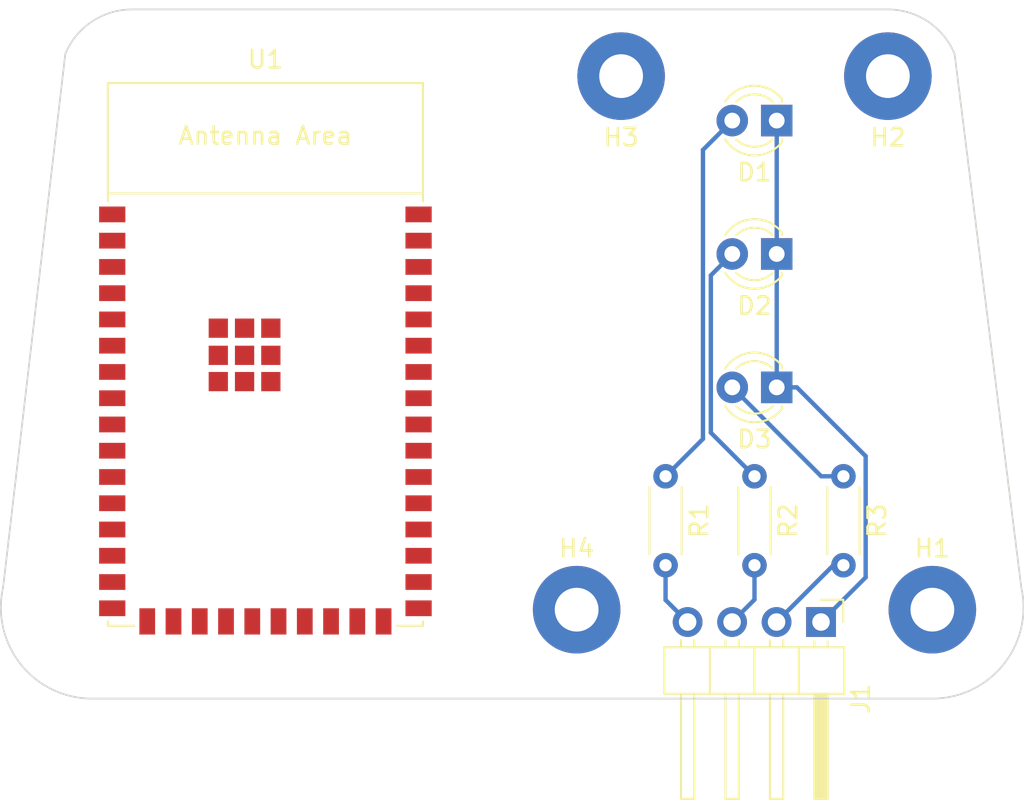
<source format=kicad_pcb>
(kicad_pcb (version 20211014) (generator pcbnew)
  (layers (0 "F.Cu" signal) (31 "B.Cu" signal) (34 "B.Paste" user) (35 "F.Paste" user) (36 "B.SilkS" user "B.Silkscreen") (37 "F.SilkS" user "F.Silkscreen") (38 "B.Mask" user) (39 "F.Mask" user) (44 "Edge.Cuts" user))
  (net 0 "")
  (net 1 "GND")
  (net 2 "Net-(D1-Pad2)")
  (net 3 "Net-(D2-Pad2)")
  (net 4 "Net-(D3-Pad2)")
  (net 5 "Net-(J1-Pad2)")
  (net 6 "Net-(J1-Pad3)")
  (net 7 "Net-(J1-Pad4)")
  (footprint "MountingHole:MountingHole_2.5mm_Pad" (layer "F.Cu") (at 137.16 119.38)
    (fp_text reference "H4" (at 0 -3.5) (layer "F.SilkS"))
    (fp_text value "MountingHole")
    (pad "1" thru_hole circle (at 0 0) (size 5 5) (drill 2.5) (layers *.Cu *.Mask))
  )
  (footprint "MountingHole:MountingHole_2.5mm_Pad" (layer "F.Cu") (at 154.94 88.9 180)
    (fp_text reference "H2" (at 0 -3.5) (layer "F.SilkS"))
    (fp_text value "MountingHole")
    (pad "1" thru_hole circle (at 0 0 180) (size 5 5) (drill 2.5) (layers *.Cu *.Mask))
  )
  (footprint "MountingHole:MountingHole_2.5mm_Pad" (layer "F.Cu") (at 157.48 119.38)
    (fp_text reference "H1" (at 0 -3.5) (layer "F.SilkS"))
    (fp_text value "MountingHole")
    (pad "1" thru_hole circle (at 0 0) (size 5 5) (drill 2.5) (layers *.Cu *.Mask))
  )
  (footprint "Connector_PinHeader_2.54mm:PinHeader_1x04_P2.54mm_Horizontal" (layer "F.Cu") (at 151.12 120.085 -90)
    (fp_text reference "J1" (at 4.385 -2.27 90) (layer "F.SilkS"))
    (fp_text value "Conn_01x04")
    (fp_line (start 4.1 -0.32) (end 10.1 -0.32) (layer "F.SilkS") (width 0.12))
    (fp_line (start 10.1 5.46) (end 4.1 5.46) (layer "F.SilkS") (width 0.12))
    (fp_line (start -1.27 -1.27) (end 0 -1.27) (layer "F.SilkS") (width 0.12))
    (fp_line (start 10.1 0.38) (end 4.1 0.38) (layer "F.SilkS") (width 0.12))
    (fp_line (start 4.1 4.7) (end 10.1 4.7) (layer "F.SilkS") (width 0.12))
    (fp_line (start 1.042929 5.46) (end 1.44 5.46) (layer "F.SilkS") (width 0.12))
    (fp_line (start 1.042929 2.16) (end 1.44 2.16) (layer "F.SilkS") (width 0.12))
    (fp_line (start 10.1 4.7) (end 10.1 5.46) (layer "F.SilkS") (width 0.12))
    (fp_line (start 4.1 -0.08) (end 10.1 -0.08) (layer "F.SilkS") (width 0.12))
    (fp_line (start 1.042929 8) (end 1.44 8) (layer "F.SilkS") (width 0.12))
    (fp_line (start 1.44 6.35) (end 4.1 6.35) (layer "F.SilkS") (width 0.12))
    (fp_line (start 10.1 -0.38) (end 10.1 0.38) (layer "F.SilkS") (width 0.12))
    (fp_line (start 4.1 -0.2) (end 10.1 -0.2) (layer "F.SilkS") (width 0.12))
    (fp_line (start 1.44 -1.33) (end 1.44 8.95) (layer "F.SilkS") (width 0.12))
    (fp_line (start 1.11 0.38) (end 1.44 0.38) (layer "F.SilkS") (width 0.12))
    (fp_line (start 1.042929 2.92) (end 1.44 2.92) (layer "F.SilkS") (width 0.12))
    (fp_line (start 1.11 -0.38) (end 1.44 -0.38) (layer "F.SilkS") (width 0.12))
    (fp_line (start 1.042929 4.7) (end 1.44 4.7) (layer "F.SilkS") (width 0.12))
    (fp_line (start 10.1 8) (end 4.1 8) (layer "F.SilkS") (width 0.12))
    (fp_line (start 4.1 7.24) (end 10.1 7.24) (layer "F.SilkS") (width 0.12))
    (fp_line (start 4.1 -1.33) (end 1.44 -1.33) (layer "F.SilkS") (width 0.12))
    (fp_line (start 4.1 0.28) (end 10.1 0.28) (layer "F.SilkS") (width 0.12))
    (fp_line (start 10.1 2.92) (end 4.1 2.92) (layer "F.SilkS") (width 0.12))
    (fp_line (start 4.1 0.04) (end 10.1 0.04) (layer "F.SilkS") (width 0.12))
    (fp_line (start 4.1 -0.38) (end 10.1 -0.38) (layer "F.SilkS") (width 0.12))
    (fp_line (start 4.1 0.16) (end 10.1 0.16) (layer "F.SilkS") (width 0.12))
    (fp_line (start 4.1 8.95) (end 4.1 -1.33) (layer "F.SilkS") (width 0.12))
    (fp_line (start 10.1 2.16) (end 10.1 2.92) (layer "F.SilkS") (width 0.12))
    (fp_line (start 4.1 2.16) (end 10.1 2.16) (layer "F.SilkS") (width 0.12))
    (fp_line (start 10.1 7.24) (end 10.1 8) (layer "F.SilkS") (width 0.12))
    (fp_line (start 1.44 1.27) (end 4.1 1.27) (layer "F.SilkS") (width 0.12))
    (fp_line (start 1.44 3.81) (end 4.1 3.81) (layer "F.SilkS") (width 0.12))
    (fp_line (start -1.27 0) (end -1.27 -1.27) (layer "F.SilkS") (width 0.12))
    (fp_line (start 1.44 8.95) (end 4.1 8.95) (layer "F.SilkS") (width 0.12))
    (fp_line (start 1.042929 7.24) (end 1.44 7.24) (layer "F.SilkS") (width 0.12))
    (pad "1" thru_hole rect (at 0 0 270) (size 1.7 1.7) (drill 1) (layers *.Cu *.Mask) (net 1 "GND"))
    (pad "2" thru_hole oval (at 0 2.54 270) (size 1.7 1.7) (drill 1) (layers *.Cu *.Mask) (net 5 "Net-(J1-Pad2)"))
    (pad "3" thru_hole oval (at 0 5.08 270) (size 1.7 1.7) (drill 1) (layers *.Cu *.Mask) (net 6 "Net-(J1-Pad3)"))
    (pad "4" thru_hole oval (at 0 7.62 270) (size 1.7 1.7) (drill 1) (layers *.Cu *.Mask) (net 7 "Net-(J1-Pad4)"))
  )
  (footprint "LED_THT:LED_D3.0mm" (layer "F.Cu") (at 148.59 106.68 180)
    (fp_text reference "D3" (at 1.27 -2.96) (layer "F.SilkS"))
    (fp_text value "LED")
    (fp_line (start -0.29 1.08) (end -0.29 1.236) (layer "F.SilkS") (width 0.12))
    (fp_line (start -0.29 -1.236) (end -0.29 -1.08) (layer "F.SilkS") (width 0.12))
    (fp_arc (start 2.31113 1.079837) (mid 1.270117 1.5) (end 0.229039 1.08) (layer "F.SilkS") (width 0.12))
    (fp_arc (start 0.229039 -1.08) (mid 1.270117 -1.5) (end 2.31113 -1.079837) (layer "F.SilkS") (width 0.12))
    (fp_arc (start -0.29 -1.235516) (mid 1.366487 -1.987659) (end 2.942335 -1.078608) (layer "F.SilkS") (width 0.12))
    (fp_arc (start 2.942335 1.078608) (mid 1.366487 1.987659) (end -0.29 1.235516) (layer "F.SilkS") (width 0.12))
    (pad "1" thru_hole rect (at 0 0 180) (size 1.8 1.8) (drill 0.9) (layers *.Cu *.Mask) (net 1 "GND"))
    (pad "2" thru_hole circle (at 2.54 0 180) (size 1.8 1.8) (drill 0.9) (layers *.Cu *.Mask) (net 4 "Net-(D3-Pad2)"))
  )
  (footprint "Espressif:ESP32-S2-WROVER" (layer "F.Cu") (at 119.38 107.95)
    (fp_text reference "U1" (at 0 -20) (layer "F.SilkS"))
    (fp_text value "ESP32-S2-WROVER")
    (fp_text user "Antenna Area" (at 0 -15.65) (layer "F.SilkS"))
    (fp_line (start 9 -12.35) (end -9 -12.35) (layer "F.SilkS") (width 0.12))
    (fp_line (start -9 -18.65) (end -9 -11.9) (layer "F.SilkS") (width 0.12))
    (fp_line (start 9 12.35) (end 7.5 12.35) (layer "F.SilkS") (width 0.12))
    (fp_line (start -9 -18.65) (end 9 -18.65) (layer "F.SilkS") (width 0.12))
    (fp_line (start -9 12.35) (end -7.5 12.35) (layer "F.SilkS") (width 0.12))
    (fp_line (start 9 -18.65) (end 9 -11.9) (layer "F.SilkS") (width 0.12))
    (fp_line (start 9 12.35) (end 9 12.1) (layer "F.SilkS") (width 0.12))
    (fp_line (start -9 12.35) (end -9 12.1) (layer "F.SilkS") (width 0.12))
    (pad "1" smd rect locked (at -8.75 -11.15) (size 1.5 0.9) (layers "F.Cu" "F.Paste" "F.Mask"))
    (pad "2" smd rect locked (at -8.75 -9.65) (size 1.5 0.9) (layers "F.Cu" "F.Paste" "F.Mask"))
    (pad "3" smd rect locked (at -8.75 -8.15) (size 1.5 0.9) (layers "F.Cu" "F.Paste" "F.Mask"))
    (pad "4" smd rect locked (at -8.75 -6.65) (size 1.5 0.9) (layers "F.Cu" "F.Paste" "F.Mask"))
    (pad "5" smd rect locked (at -8.75 -5.15) (size 1.5 0.9) (layers "F.Cu" "F.Paste" "F.Mask"))
    (pad "6" smd rect locked (at -8.75 -3.65) (size 1.5 0.9) (layers "F.Cu" "F.Paste" "F.Mask"))
    (pad "7" smd rect locked (at -8.75 -2.15) (size 1.5 0.9) (layers "F.Cu" "F.Paste" "F.Mask"))
    (pad "8" smd rect locked (at -8.75 -0.65) (size 1.5 0.9) (layers "F.Cu" "F.Paste" "F.Mask"))
    (pad "9" smd rect locked (at -8.75 0.85) (size 1.5 0.9) (layers "F.Cu" "F.Paste" "F.Mask"))
    (pad "10" smd rect locked (at -8.75 2.35) (size 1.5 0.9) (layers "F.Cu" "F.Paste" "F.Mask"))
    (pad "11" smd rect locked (at -8.75 3.85) (size 1.5 0.9) (layers "F.Cu" "F.Paste" "F.Mask"))
    (pad "12" smd rect locked (at -8.75 5.35) (size 1.5 0.9) (layers "F.Cu" "F.Paste" "F.Mask"))
    (pad "13" smd rect locked (at -8.75 6.85) (size 1.5 0.9) (layers "F.Cu" "F.Paste" "F.Mask"))
    (pad "14" smd rect locked (at -8.75 8.35) (size 1.5 0.9) (layers "F.Cu" "F.Paste" "F.Mask"))
    (pad "15" smd rect locked (at -8.75 9.85) (size 1.5 0.9) (layers "F.Cu" "F.Paste" "F.Mask"))
    (pad "16" smd rect locked (at -8.75 11.35) (size 1.5 0.9) (layers "F.Cu" "F.Paste" "F.Mask"))
    (pad "17" smd rect locked (at -6.75 12.1 90) (size 1.5 0.9) (layers "F.Cu" "F.Paste" "F.Mask"))
    (pad "18" smd rect locked (at -5.25 12.1 90) (size 1.5 0.9) (layers "F.Cu" "F.Paste" "F.Mask"))
    (pad "19" smd rect locked (at -3.75 12.1 90) (size 1.5 0.9) (layers "F.Cu" "F.Paste" "F.Mask"))
    (pad "20" smd rect locked (at -2.25 12.1 90) (size 1.5 0.9) (layers "F.Cu" "F.Paste" "F.Mask"))
    (pad "21" smd rect locked (at -0.75 12.1 90) (size 1.5 0.9) (layers "F.Cu" "F.Paste" "F.Mask"))
    (pad "22" smd rect locked (at 0.75 12.1 90) (size 1.5 0.9) (layers "F.Cu" "F.Paste" "F.Mask"))
    (pad "23" smd rect locked (at 2.25 12.1 90) (size 1.5 0.9) (layers "F.Cu" "F.Paste" "F.Mask"))
    (pad "24" smd rect locked (at 3.75 12.1 90) (size 1.5 0.9) (layers "F.Cu" "F.Paste" "F.Mask"))
    (pad "25" smd rect locked (at 5.25 12.1 90) (size 1.5 0.9) (layers "F.Cu" "F.Paste" "F.Mask"))
    (pad "26" smd rect locked (at 6.75 12.1 90) (size 1.5 0.9) (layers "F.Cu" "F.Paste" "F.Mask"))
    (pad "27" smd rect locked (at 8.75 11.35 180) (size 1.5 0.9) (layers "F.Cu" "F.Paste" "F.Mask"))
    (pad "28" smd rect locked (at 8.75 9.85 180) (size 1.5 0.9) (layers "F.Cu" "F.Paste" "F.Mask"))
    (pad "29" smd rect locked (at 8.75 8.35 180) (size 1.5 0.9) (layers "F.Cu" "F.Paste" "F.Mask"))
    (pad "30" smd rect locked (at 8.75 6.85 180) (size 1.5 0.9) (layers "F.Cu" "F.Paste" "F.Mask"))
    (pad "31" smd rect locked (at 8.75 5.35 180) (size 1.5 0.9) (layers "F.Cu" "F.Paste" "F.Mask"))
    (pad "32" smd rect locked (at 8.75 3.85 180) (size 1.5 0.9) (layers "F.Cu" "F.Paste" "F.Mask"))
    (pad "33" smd rect locked (at 8.75 2.35 180) (size 1.5 0.9) (layers "F.Cu" "F.Paste" "F.Mask"))
    (pad "34" smd rect locked (at 8.75 0.85 180) (size 1.5 0.9) (layers "F.Cu" "F.Paste" "F.Mask"))
    (pad "35" smd rect locked (at 8.75 -0.65 180) (size 1.5 0.9) (layers "F.Cu" "F.Paste" "F.Mask"))
    (pad "36" smd rect locked (at 8.75 -2.15 180) (size 1.5 0.9) (layers "F.Cu" "F.Paste" "F.Mask"))
    (pad "37" smd rect locked (at 8.75 -3.65 180) (size 1.5 0.9) (layers "F.Cu" "F.Paste" "F.Mask"))
    (pad "38" smd rect locked (at 8.75 -5.15 180) (size 1.5 0.9) (layers "F.Cu" "F.Paste" "F.Mask"))
    (pad "39" smd rect locked (at 8.75 -6.65 180) (size 1.5 0.9) (layers "F.Cu" "F.Paste" "F.Mask"))
    (pad "40" smd rect locked (at 8.75 -8.15 180) (size 1.5 0.9) (layers "F.Cu" "F.Paste" "F.Mask"))
    (pad "41" smd rect locked (at 8.75 -9.65 180) (size 1.5 0.9) (layers "F.Cu" "F.Paste" "F.Mask"))
    (pad "42" smd rect locked (at 8.75 -11.15 180) (size 1.5 0.9) (layers "F.Cu" "F.Paste" "F.Mask"))
    (pad "43" smd rect locked (at -2.69 -3.1 180) (size 1.1 1.1) (layers "F.Cu" "F.Paste" "F.Mask"))
    (pad "43" smd rect locked (at -1.19 -3.1 180) (size 1.1 1.1) (layers "F.Cu" "F.Paste" "F.Mask"))
    (pad "43" smd rect locked (at -1.19 -1.6 180) (size 1.1 1.1) (layers "F.Cu" "F.Paste" "F.Mask"))
    (pad "43" smd rect locked (at -1.19 -4.65 180) (size 1.1 1.1) (layers "F.Cu" "F.Paste" "F.Mask"))
    (pad "43" smd rect locked (at 0.31 -1.6 180) (size 1.1 1.1) (layers "F.Cu" "F.Paste" "F.Mask"))
    (pad "43" smd rect locked (at -2.69 -1.6 180) (size 1.1 1.1) (layers "F.Cu" "F.Paste" "F.Mask"))
    (pad "43" smd rect locked (at -2.69 -4.65 180) (size 1.1 1.1) (layers "F.Cu" "F.Paste" "F.Mask"))
    (pad "43" smd rect locked (at 0.31 -4.65 180) (size 1.1 1.1) (layers "F.Cu" "F.Paste" "F.Mask"))
    (pad "43" smd rect locked (at 0.31 -3.1 180) (size 1.1 1.1) (layers "F.Cu" "F.Paste" "F.Mask"))
  )
  (footprint "Resistor_THT:R_Axial_DIN0204_L3.6mm_D1.6mm_P5.08mm_Horizontal" (layer "F.Cu") (at 142.24 111.76 -90)
    (fp_text reference "R1" (at 2.54 -1.92 90) (layer "F.SilkS"))
    (fp_text value "220")
    (fp_line (start 0.62 -0.92) (end 4.46 -0.92) (layer "F.SilkS") (width 0.12))
    (fp_line (start 0.62 0.92) (end 4.46 0.92) (layer "F.SilkS") (width 0.12))
    (pad "1" thru_hole circle (at 0 0 270) (size 1.4 1.4) (drill 0.7) (layers *.Cu *.Mask) (net 2 "Net-(D1-Pad2)"))
    (pad "2" thru_hole oval (at 5.08 0 270) (size 1.4 1.4) (drill 0.7) (layers *.Cu *.Mask) (net 7 "Net-(J1-Pad4)"))
  )
  (footprint "Resistor_THT:R_Axial_DIN0204_L3.6mm_D1.6mm_P5.08mm_Horizontal" (layer "F.Cu") (at 147.32 111.76 -90)
    (fp_text reference "R2" (at 2.54 -1.92 90) (layer "F.SilkS"))
    (fp_text value "220")
    (fp_line (start 0.62 0.92) (end 4.46 0.92) (layer "F.SilkS") (width 0.12))
    (fp_line (start 0.62 -0.92) (end 4.46 -0.92) (layer "F.SilkS") (width 0.12))
    (pad "1" thru_hole circle (at 0 0 270) (size 1.4 1.4) (drill 0.7) (layers *.Cu *.Mask) (net 3 "Net-(D2-Pad2)"))
    (pad "2" thru_hole oval (at 5.08 0 270) (size 1.4 1.4) (drill 0.7) (layers *.Cu *.Mask) (net 6 "Net-(J1-Pad3)"))
  )
  (footprint "LED_THT:LED_D3.0mm" (layer "F.Cu") (at 148.59 99.06 180)
    (fp_text reference "D2" (at 1.27 -2.96) (layer "F.SilkS"))
    (fp_text value "LED")
    (fp_line (start -0.29 -1.236) (end -0.29 -1.08) (layer "F.SilkS") (width 0.12))
    (fp_line (start -0.29 1.08) (end -0.29 1.236) (layer "F.SilkS") (width 0.12))
    (fp_arc (start 2.31113 1.079837) (mid 1.270117 1.5) (end 0.229039 1.08) (layer "F.SilkS") (width 0.12))
    (fp_arc (start 0.229039 -1.08) (mid 1.270117 -1.5) (end 2.31113 -1.079837) (layer "F.SilkS") (width 0.12))
    (fp_arc (start -0.29 -1.235516) (mid 1.366487 -1.987659) (end 2.942335 -1.078608) (layer "F.SilkS") (width 0.12))
    (fp_arc (start 2.942335 1.078608) (mid 1.366487 1.987659) (end -0.29 1.235516) (layer "F.SilkS") (width 0.12))
    (pad "1" thru_hole rect (at 0 0 180) (size 1.8 1.8) (drill 0.9) (layers *.Cu *.Mask) (net 1 "GND"))
    (pad "2" thru_hole circle (at 2.54 0 180) (size 1.8 1.8) (drill 0.9) (layers *.Cu *.Mask) (net 3 "Net-(D2-Pad2)"))
  )
  (footprint "Resistor_THT:R_Axial_DIN0204_L3.6mm_D1.6mm_P5.08mm_Horizontal" (layer "F.Cu") (at 152.4 111.76 -90)
    (fp_text reference "R3" (at 2.54 -1.92 90) (layer "F.SilkS"))
    (fp_text value "220")
    (fp_line (start 0.62 -0.92) (end 4.46 -0.92) (layer "F.SilkS") (width 0.12))
    (fp_line (start 0.62 0.92) (end 4.46 0.92) (layer "F.SilkS") (width 0.12))
    (pad "1" thru_hole circle (at 0 0 270) (size 1.4 1.4) (drill 0.7) (layers *.Cu *.Mask) (net 4 "Net-(D3-Pad2)"))
    (pad "2" thru_hole oval (at 5.08 0 270) (size 1.4 1.4) (drill 0.7) (layers *.Cu *.Mask) (net 5 "Net-(J1-Pad2)"))
  )
  (footprint "LED_THT:LED_D3.0mm" (layer "F.Cu") (at 148.59 91.44 180)
    (fp_text reference "D1" (at 1.27 -2.96) (layer "F.SilkS"))
    (fp_text value "LED")
    (fp_line (start -0.29 -1.236) (end -0.29 -1.08) (layer "F.SilkS") (width 0.12))
    (fp_line (start -0.29 1.08) (end -0.29 1.236) (layer "F.SilkS") (width 0.12))
    (fp_arc (start 2.31113 1.079837) (mid 1.270117 1.5) (end 0.229039 1.08) (layer "F.SilkS") (width 0.12))
    (fp_arc (start 0.229039 -1.08) (mid 1.270117 -1.5) (end 2.31113 -1.079837) (layer "F.SilkS") (width 0.12))
    (fp_arc (start -0.29 -1.235516) (mid 1.366487 -1.987659) (end 2.942335 -1.078608) (layer "F.SilkS") (width 0.12))
    (fp_arc (start 2.942335 1.078608) (mid 1.366487 1.987659) (end -0.29 1.235516) (layer "F.SilkS") (width 0.12))
    (pad "1" thru_hole rect (at 0 0 180) (size 1.8 1.8) (drill 0.9) (layers *.Cu *.Mask) (net 1 "GND"))
    (pad "2" thru_hole circle (at 2.54 0 180) (size 1.8 1.8) (drill 0.9) (layers *.Cu *.Mask) (net 2 "Net-(D1-Pad2)"))
  )
  (footprint "MountingHole:MountingHole_2.5mm_Pad" (layer "F.Cu") (at 139.7 88.9 180)
    (fp_text reference "H3" (at 0 -3.5) (layer "F.SilkS"))
    (fp_text value "MountingHole")
    (pad "1" thru_hole circle (at 0 0 180) (size 5 5) (drill 2.5) (layers *.Cu *.Mask))
  )
  (gr_arc (start 109.475984 124.46) (mid 105.41 122.505787) (end 104.395984 118.11) (layer "Edge.Cuts") (width 0.1))
  (gr_line (start 157.48 124.46) (end 109.475984 124.46) (layer "Edge.Cuts") (width 0.1))
  (gr_line (start 104.395984 118.11) (end 107.95 87.63) (layer "Edge.Cuts") (width 0.1))
  (gr_line (start 154.94 85.09) (end 111.76 85.09) (layer "Edge.Cuts") (width 0.1))
  (gr_arc (start 162.56 118.11) (mid 161.545984 122.505787) (end 157.48 124.46) (layer "Edge.Cuts") (width 0.1))
  (gr_line (start 158.75 87.63) (end 162.56 118.11) (layer "Edge.Cuts") (width 0.1))
  (gr_arc (start 154.94 85.09) (mid 157.229525 85.783212) (end 158.75 87.63) (layer "Edge.Cuts") (width 0.1))
  (gr_arc (start 107.95 87.63) (mid 109.470475 85.783212) (end 111.76 85.09) (layer "Edge.Cuts") (width 0.1))
  (segment (start 148.59 91.44) (end 148.59 99.06) (width 0.25) (layer "B.Cu") (net 1))
  (segment (start 149.74 106.68) (end 153.67 110.61) (width 0.25) (layer "B.Cu") (net 1))
  (segment (start 148.59 99.06) (end 148.59 106.68) (width 0.25) (layer "B.Cu") (net 1))
  (segment (start 148.59 106.68) (end 149.74 106.68) (width 0.25) (layer "B.Cu") (net 1))
  (segment (start 153.67 110.61) (end 153.67 117.535) (width 0.25) (layer "B.Cu") (net 1))
  (segment (start 153.67 117.535) (end 151.12 120.085) (width 0.25) (layer "B.Cu") (net 1))
  (segment (start 144.375969 109.624031) (end 144.375969 93.114031) (width 0.25) (layer "B.Cu") (net 2))
  (segment (start 142.24 111.76) (end 144.375969 109.624031) (width 0.25) (layer "B.Cu") (net 2))
  (segment (start 144.375969 93.114031) (end 146.05 91.44) (width 0.25) (layer "B.Cu") (net 2))
  (segment (start 144.825489 100.284511) (end 146.05 99.06) (width 0.25) (layer "B.Cu") (net 3))
  (segment (start 147.32 111.76) (end 144.825489 109.265489) (width 0.25) (layer "B.Cu") (net 3))
  (segment (start 144.825489 109.265489) (end 144.825489 100.284511) (width 0.25) (layer "B.Cu") (net 3))
  (segment (start 151.13 111.76) (end 146.05 106.68) (width 0.25) (layer "B.Cu") (net 4))
  (segment (start 152.4 111.76) (end 151.13 111.76) (width 0.25) (layer "B.Cu") (net 4))
  (segment (start 151.825 116.84) (end 152.4 116.84) (width 0.25) (layer "B.Cu") (net 5))
  (segment (start 148.58 120.085) (end 151.825 116.84) (width 0.25) (layer "B.Cu") (net 5))
  (segment (start 146.04 120.085) (end 147.32 118.805) (width 0.25) (layer "B.Cu") (net 6))
  (segment (start 147.32 118.805) (end 147.32 116.84) (width 0.25) (layer "B.Cu") (net 6))
  (segment (start 142.24 118.825) (end 142.24 116.84) (width 0.25) (layer "B.Cu") (net 7))
  (segment (start 143.5 120.085) (end 142.24 118.825) (width 0.25) (layer "B.Cu") (net 7))
)
</source>
